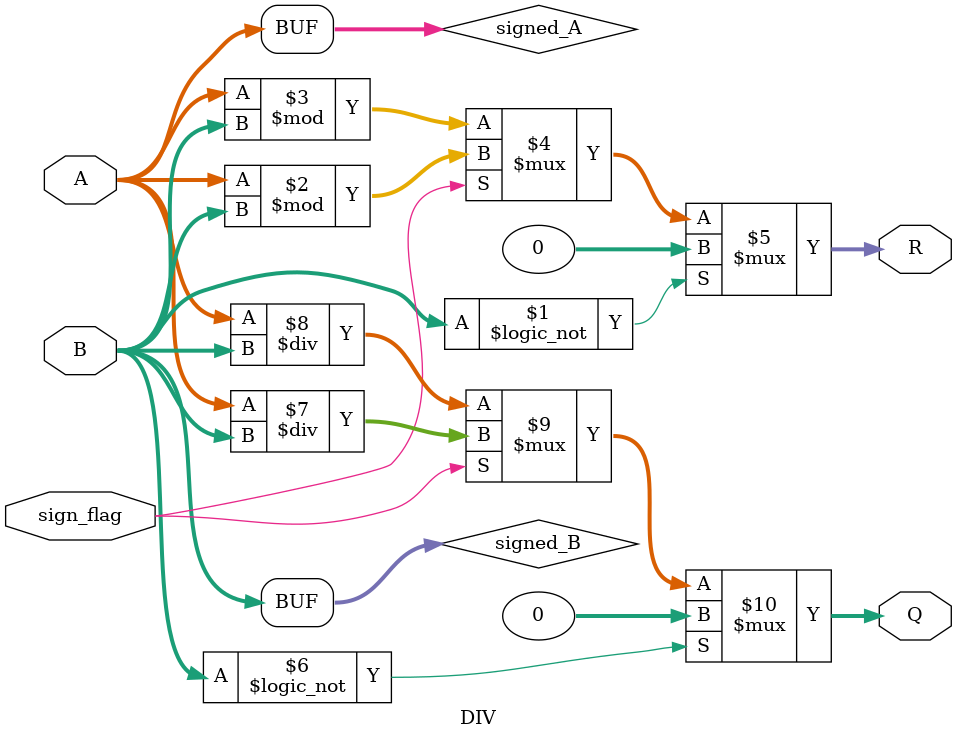
<source format=v>
`timescale 1ns / 1ps


module DIV(
    input sign_flag,    //ÊÇ·ñÊÇÓÐ·ûºÅ³ý·¨
    input [31:0] A,     //ÊäÈëµÄ±»³ýÊý
    input [31:0] B,     //ÊäÈëµÄ³ýÊý
    output [31:0] R,    //ÓàÊý
    output [31:0] Q     //ÉÌ
    );

    wire signed [31:0] signed_A;  //ÓÐ·ûºÅ±»³ýÊý
    wire signed [31:0] signed_B;  //ÓÐ·ûºÅ³ýÊý
    
    assign signed_A = A;
    assign signed_B = B;
    
    assign R =  (B == 32'd0) ? 32'd0 : (sign_flag ? (signed_A % signed_B) : (A % B));
    assign Q =  (B == 32'd0) ? 32'd0 : (sign_flag ? (signed_A / signed_B) : (A / B));
endmodule


</source>
